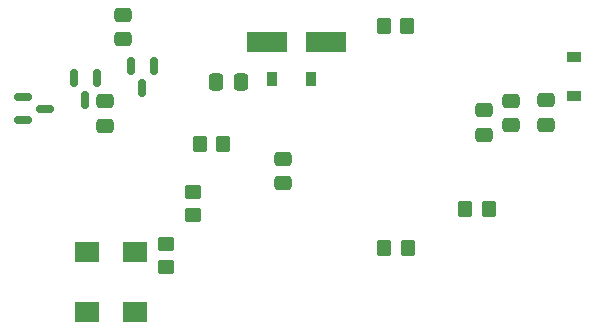
<source format=gbr>
%TF.GenerationSoftware,KiCad,Pcbnew,6.0.11-2627ca5db0~126~ubuntu22.04.1*%
%TF.CreationDate,2023-03-06T02:01:16-05:00*%
%TF.ProjectId,canbus-kline-bridge,63616e62-7573-42d6-9b6c-696e652d6272,1.0*%
%TF.SameCoordinates,Original*%
%TF.FileFunction,Paste,Bot*%
%TF.FilePolarity,Positive*%
%FSLAX46Y46*%
G04 Gerber Fmt 4.6, Leading zero omitted, Abs format (unit mm)*
G04 Created by KiCad (PCBNEW 6.0.11-2627ca5db0~126~ubuntu22.04.1) date 2023-03-06 02:01:16*
%MOMM*%
%LPD*%
G01*
G04 APERTURE LIST*
G04 Aperture macros list*
%AMRoundRect*
0 Rectangle with rounded corners*
0 $1 Rounding radius*
0 $2 $3 $4 $5 $6 $7 $8 $9 X,Y pos of 4 corners*
0 Add a 4 corners polygon primitive as box body*
4,1,4,$2,$3,$4,$5,$6,$7,$8,$9,$2,$3,0*
0 Add four circle primitives for the rounded corners*
1,1,$1+$1,$2,$3*
1,1,$1+$1,$4,$5*
1,1,$1+$1,$6,$7*
1,1,$1+$1,$8,$9*
0 Add four rect primitives between the rounded corners*
20,1,$1+$1,$2,$3,$4,$5,0*
20,1,$1+$1,$4,$5,$6,$7,0*
20,1,$1+$1,$6,$7,$8,$9,0*
20,1,$1+$1,$8,$9,$2,$3,0*%
G04 Aperture macros list end*
%ADD10RoundRect,0.250000X0.450000X-0.350000X0.450000X0.350000X-0.450000X0.350000X-0.450000X-0.350000X0*%
%ADD11RoundRect,0.250000X-0.350000X-0.450000X0.350000X-0.450000X0.350000X0.450000X-0.350000X0.450000X0*%
%ADD12R,2.000000X1.800000*%
%ADD13RoundRect,0.250000X-0.450000X0.350000X-0.450000X-0.350000X0.450000X-0.350000X0.450000X0.350000X0*%
%ADD14R,1.200000X0.900000*%
%ADD15R,0.900000X1.200000*%
%ADD16R,3.500000X1.800000*%
%ADD17RoundRect,0.250000X-0.475000X0.337500X-0.475000X-0.337500X0.475000X-0.337500X0.475000X0.337500X0*%
%ADD18RoundRect,0.250000X0.475000X-0.337500X0.475000X0.337500X-0.475000X0.337500X-0.475000X-0.337500X0*%
%ADD19RoundRect,0.250000X-0.337500X-0.475000X0.337500X-0.475000X0.337500X0.475000X-0.337500X0.475000X0*%
%ADD20RoundRect,0.150000X-0.150000X0.587500X-0.150000X-0.587500X0.150000X-0.587500X0.150000X0.587500X0*%
%ADD21RoundRect,0.150000X-0.587500X-0.150000X0.587500X-0.150000X0.587500X0.150000X-0.587500X0.150000X0*%
G04 APERTURE END LIST*
D10*
%TO.C,R8*%
X73570000Y-98020000D03*
X73570000Y-96020000D03*
%TD*%
D11*
%TO.C,R3*%
X76410000Y-87570000D03*
X78410000Y-87570000D03*
%TD*%
D12*
%TO.C,X1*%
X66900000Y-101840000D03*
X66900000Y-96760000D03*
X70900000Y-96760000D03*
X70900000Y-101840000D03*
%TD*%
D13*
%TO.C,R7*%
X75870000Y-91620000D03*
X75870000Y-93620000D03*
%TD*%
D11*
%TO.C,R4*%
X92000000Y-77590000D03*
X94000000Y-77590000D03*
%TD*%
D14*
%TO.C,D3*%
X108080000Y-83530000D03*
X108080000Y-80230000D03*
%TD*%
D15*
%TO.C,D2*%
X82550000Y-82070000D03*
X85850000Y-82070000D03*
%TD*%
D16*
%TO.C,D1*%
X87110000Y-78980000D03*
X82110000Y-78980000D03*
%TD*%
D17*
%TO.C,C10*%
X105730000Y-83880000D03*
X105730000Y-85955000D03*
%TD*%
D18*
%TO.C,C9*%
X102800000Y-85970000D03*
X102800000Y-83895000D03*
%TD*%
D17*
%TO.C,C8*%
X100480000Y-84720000D03*
X100480000Y-86795000D03*
%TD*%
D19*
%TO.C,C7*%
X77787500Y-82300000D03*
X79862500Y-82300000D03*
%TD*%
D20*
%TO.C,U1*%
X65775000Y-81987500D03*
X67675000Y-81987500D03*
X66725000Y-83862500D03*
%TD*%
D11*
%TO.C,R1*%
X92050000Y-96360000D03*
X94050000Y-96360000D03*
%TD*%
D18*
%TO.C,C1*%
X83450000Y-90887500D03*
X83450000Y-88812500D03*
%TD*%
%TO.C,C4*%
X69900000Y-78712500D03*
X69900000Y-76637500D03*
%TD*%
D17*
%TO.C,C2*%
X68425000Y-83950000D03*
X68425000Y-86025000D03*
%TD*%
D21*
%TO.C,Q2*%
X61437500Y-85525000D03*
X61437500Y-83625000D03*
X63312500Y-84575000D03*
%TD*%
D20*
%TO.C,Q1*%
X70600000Y-81000000D03*
X72500000Y-81000000D03*
X71550000Y-82875000D03*
%TD*%
D11*
%TO.C,R2*%
X98870000Y-93080000D03*
X100870000Y-93080000D03*
%TD*%
M02*

</source>
